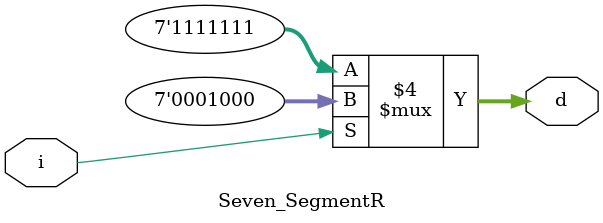
<source format=v>
module Seven_SegmentR(i,d);
  
  parameter output_bit = 7;
  
  input i;
  output [output_bit-1:0]d;
  
  reg [output_bit-1:0]d;
  
 
  always @(*) begin
	 if(i == 1'b1) d<= 7'b000_1000;        //R
	 else d<=7'b111_1111;
    end
  endmodule


</source>
